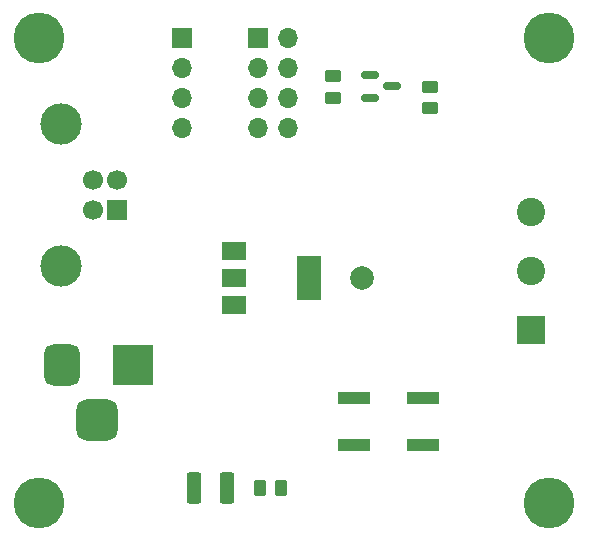
<source format=gbr>
%TF.GenerationSoftware,KiCad,Pcbnew,7.0.9-7.0.9~ubuntu20.04.1*%
%TF.CreationDate,2024-01-05T14:18:09+00:00*%
%TF.ProjectId,ESP01LEDDriver,45535030-314c-4454-9444-72697665722e,rev?*%
%TF.SameCoordinates,Original*%
%TF.FileFunction,Soldermask,Top*%
%TF.FilePolarity,Negative*%
%FSLAX46Y46*%
G04 Gerber Fmt 4.6, Leading zero omitted, Abs format (unit mm)*
G04 Created by KiCad (PCBNEW 7.0.9-7.0.9~ubuntu20.04.1) date 2024-01-05 14:18:09*
%MOMM*%
%LPD*%
G01*
G04 APERTURE LIST*
G04 Aperture macros list*
%AMRoundRect*
0 Rectangle with rounded corners*
0 $1 Rounding radius*
0 $2 $3 $4 $5 $6 $7 $8 $9 X,Y pos of 4 corners*
0 Add a 4 corners polygon primitive as box body*
4,1,4,$2,$3,$4,$5,$6,$7,$8,$9,$2,$3,0*
0 Add four circle primitives for the rounded corners*
1,1,$1+$1,$2,$3*
1,1,$1+$1,$4,$5*
1,1,$1+$1,$6,$7*
1,1,$1+$1,$8,$9*
0 Add four rect primitives between the rounded corners*
20,1,$1+$1,$2,$3,$4,$5,0*
20,1,$1+$1,$4,$5,$6,$7,0*
20,1,$1+$1,$6,$7,$8,$9,0*
20,1,$1+$1,$8,$9,$2,$3,0*%
G04 Aperture macros list end*
%ADD10RoundRect,0.250000X-0.262500X-0.450000X0.262500X-0.450000X0.262500X0.450000X-0.262500X0.450000X0*%
%ADD11R,1.700000X1.700000*%
%ADD12O,1.700000X1.700000*%
%ADD13C,4.300000*%
%ADD14RoundRect,0.150000X-0.587500X-0.150000X0.587500X-0.150000X0.587500X0.150000X-0.587500X0.150000X0*%
%ADD15RoundRect,0.250000X0.450000X-0.262500X0.450000X0.262500X-0.450000X0.262500X-0.450000X-0.262500X0*%
%ADD16R,3.500000X3.500000*%
%ADD17RoundRect,0.750000X-0.750000X-1.000000X0.750000X-1.000000X0.750000X1.000000X-0.750000X1.000000X0*%
%ADD18RoundRect,0.875000X-0.875000X-0.875000X0.875000X-0.875000X0.875000X0.875000X-0.875000X0.875000X0*%
%ADD19C,1.700000*%
%ADD20C,3.500000*%
%ADD21C,2.000000*%
%ADD22R,2.800000X1.000000*%
%ADD23RoundRect,0.250000X0.375000X1.075000X-0.375000X1.075000X-0.375000X-1.075000X0.375000X-1.075000X0*%
%ADD24RoundRect,0.250000X-0.450000X0.262500X-0.450000X-0.262500X0.450000X-0.262500X0.450000X0.262500X0*%
%ADD25R,2.400000X2.400000*%
%ADD26C,2.400000*%
%ADD27R,2.000000X1.500000*%
%ADD28R,2.000000X3.800000*%
G04 APERTURE END LIST*
D10*
%TO.C,R3*%
X36422500Y-59690000D03*
X38247500Y-59690000D03*
%TD*%
D11*
%TO.C,J2*%
X36258500Y-21590000D03*
D12*
X38798500Y-21590000D03*
X36258500Y-24130000D03*
X38798500Y-24130000D03*
X36258500Y-26670000D03*
X38798500Y-26670000D03*
X36258500Y-29210000D03*
X38798500Y-29210000D03*
%TD*%
D13*
%TO.C,H4*%
X60960000Y-60960000D03*
%TD*%
D14*
%TO.C,Q1*%
X45783500Y-24765000D03*
X45783500Y-26665000D03*
X47658500Y-25715000D03*
%TD*%
D15*
%TO.C,R2*%
X50863500Y-27582500D03*
X50863500Y-25757500D03*
%TD*%
D16*
%TO.C,CON1*%
X25685000Y-49276000D03*
D17*
X19685000Y-49276000D03*
D18*
X22685000Y-53976000D03*
%TD*%
D11*
%TO.C,J4*%
X24357500Y-36175000D03*
D19*
X24357500Y-33675000D03*
X22357500Y-33675000D03*
X22357500Y-36175000D03*
D20*
X19647500Y-40945000D03*
X19647500Y-28905000D03*
%TD*%
D11*
%TO.C,J1*%
X29845000Y-21600000D03*
D12*
X29845000Y-24140000D03*
X29845000Y-26680000D03*
X29845000Y-29220000D03*
%TD*%
D21*
%TO.C,TP1*%
X45085000Y-41910000D03*
%TD*%
D13*
%TO.C,H1*%
X17780000Y-21590000D03*
%TD*%
D22*
%TO.C,SW1*%
X44450000Y-52070000D03*
X50250000Y-52070000D03*
X44450000Y-56070000D03*
X50250000Y-56070000D03*
%TD*%
D13*
%TO.C,H2*%
X17780000Y-60960000D03*
%TD*%
D23*
%TO.C,D1*%
X33655000Y-59690000D03*
X30855000Y-59690000D03*
%TD*%
D24*
%TO.C,R1*%
X42608500Y-24845000D03*
X42608500Y-26670000D03*
%TD*%
D13*
%TO.C,H3*%
X60960000Y-21590000D03*
%TD*%
D25*
%TO.C,J3*%
X59390000Y-46355000D03*
D26*
X59390000Y-41355000D03*
X59390000Y-36355000D03*
%TD*%
D27*
%TO.C,U1*%
X34275000Y-39650000D03*
X34275000Y-41950000D03*
D28*
X40575000Y-41950000D03*
D27*
X34275000Y-44250000D03*
%TD*%
M02*

</source>
